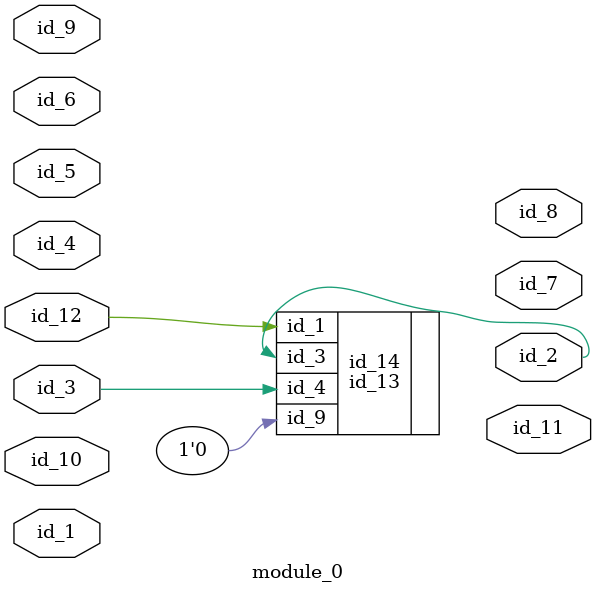
<source format=v>
module module_0 (
    id_1,
    id_2,
    id_3,
    id_4,
    id_5,
    id_6,
    id_7,
    id_8,
    id_9,
    id_10,
    id_11,
    id_12
);
  input id_12;
  output id_11;
  input id_10;
  input id_9;
  output id_8;
  output id_7;
  input id_6;
  input id_5;
  input id_4;
  input id_3;
  output id_2;
  input id_1;
  id_13 id_14 (
      .id_9(1'b0),
      .id_1(id_12),
      .id_4(id_3),
      .id_3(id_2)
  );
endmodule

</source>
